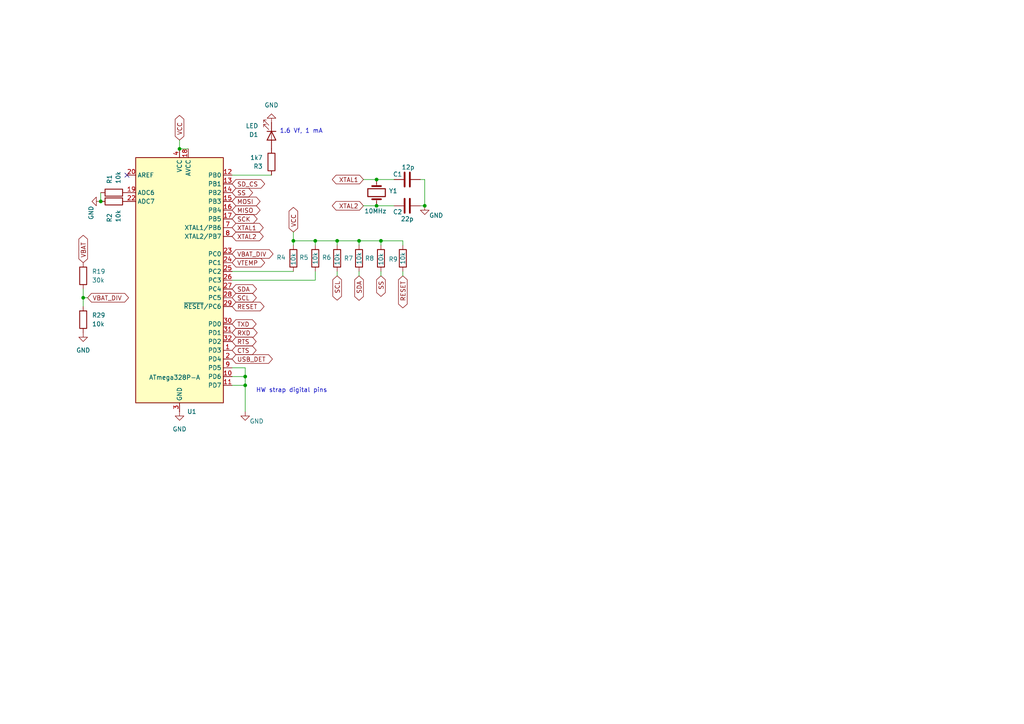
<source format=kicad_sch>
(kicad_sch (version 20231120) (generator "eeschema") (generator_version "8.0")
  (paper "A4")
  (lib_symbols
    (symbol "Device:C" (pin_numbers hide) (pin_names (offset 0.254))
      (property "Reference" "C" (at 0.635 2.54 0))
      (property "Value" "C" (at 0.635 -2.54 0))
      (symbol "C_0_1"
        (polyline (pts (xy -2.032 -0.762) (xy 2.032 -0.762)) (stroke (width 0.508)))
        (polyline (pts (xy -2.032 0.762) (xy 2.032 0.762)) (stroke (width 0.508)))
      )
      (symbol "C_1_1"
        (pin passive line (at 0 3.81 270) (length 2.794) (name "~") (number "1"))
        (pin passive line (at 0 -3.81 90) (length 2.794) (name "~") (number "2"))
      )
    )
    (symbol "Device:Crystal" (pin_numbers hide) (pin_names (offset 1.016) hide)
      (property "Reference" "Y" (at 0 3.81 0))
      (property "Value" "Crystal" (at 0 -3.81 0))
      (symbol "Crystal_0_1"
        (rectangle (start -1.143 2.54) (end 1.143 -2.54) (stroke (width 0.3048)))
        (polyline (pts (xy -2.54 0) (xy -1.905 0)))
        (polyline (pts (xy -1.905 -1.27) (xy -1.905 1.27)) (stroke (width 0.508)))
        (polyline (pts (xy 1.905 -1.27) (xy 1.905 1.27)) (stroke (width 0.508)))
        (polyline (pts (xy 2.54 0) (xy 1.905 0)))
      )
      (symbol "Crystal_1_1"
        (pin passive line (at -3.81 0 0) (length 1.27) (name "1") (number "1"))
        (pin passive line (at 3.81 0 180) (length 1.27) (name "2") (number "2"))
      )
    )
    (symbol "Device:LED" (pin_numbers hide) (pin_names (offset 1.016) hide)
      (property "Reference" "D" (at 0 2.54 0))
      (property "Value" "LED" (at 0 -2.54 0))
      (symbol "LED_0_1"
        (polyline (pts (xy -1.27 -1.27) (xy -1.27 1.27)) (stroke (width 0.254)))
        (polyline (pts (xy -1.27 0) (xy 1.27 0)))
        (polyline (pts (xy 1.27 -1.27) (xy 1.27 1.27) (xy -1.27 0) (xy 1.27 -1.27)) (stroke (width 0.254)))
        (polyline (pts (xy -3.048 -0.762) (xy -4.572 -2.286) (xy -3.81 -2.286) (xy -4.572 -2.286) (xy -4.572 -1.524)))
        (polyline (pts (xy -1.778 -0.762) (xy -3.302 -2.286) (xy -2.54 -2.286) (xy -3.302 -2.286) (xy -3.302 -1.524)))
      )
      (symbol "LED_1_1"
        (pin passive line (at -3.81 0 0) (length 2.54) (name "K") (number "1"))
        (pin passive line (at 3.81 0 180) (length 2.54) (name "A") (number "2"))
      )
    )
    (symbol "Device:R" (pin_numbers hide) (pin_names (offset 0))
      (property "Reference" "R" (at 2.032 0 90))
      (property "Value" "R" (at 0 0 90))
      (symbol "R_0_1"
        (rectangle (start -1.016 -2.54) (end 1.016 2.54) (stroke (width 0.254)))
      )
      (symbol "R_1_1"
        (pin passive line (at 0 3.81 270) (length 1.27) (name "~") (number "1"))
        (pin passive line (at 0 -3.81 90) (length 1.27) (name "~") (number "2"))
      )
    )
    (symbol "MCU_Microchip_ATmega:ATmega328P-A"
      (property "Reference" "U" (at -12.7 36.83 0))
      (property "Value" "ATmega328P-A" (at 2.54 -36.83 0))
      (symbol "ATmega328P-A_0_1"
        (rectangle (start -12.7 -35.56) (end 12.7 35.56) (stroke (width 0.254)) (fill (type background)))
      )
      (symbol "ATmega328P-A_1_1"
        (pin bidirectional line (at 15.24 -20.32 180) (length 2.54) (name "PD3") (number "1"))
        (pin bidirectional line (at 15.24 -27.94 180) (length 2.54) (name "PD6") (number "10"))
        (pin bidirectional line (at 15.24 -30.48 180) (length 2.54) (name "PD7") (number "11"))
        (pin bidirectional line (at 15.24 30.48 180) (length 2.54) (name "PB0") (number "12"))
        (pin bidirectional line (at 15.24 27.94 180) (length 2.54) (name "PB1") (number "13"))
        (pin bidirectional line (at 15.24 25.4 180) (length 2.54) (name "PB2") (number "14"))
        (pin bidirectional line (at 15.24 22.86 180) (length 2.54) (name "PB3") (number "15"))
        (pin bidirectional line (at 15.24 20.32 180) (length 2.54) (name "PB4") (number "16"))
        (pin bidirectional line (at 15.24 17.78 180) (length 2.54) (name "PB5") (number "17"))
        (pin power_in line (at 2.54 38.1 270) (length 2.54) (name "AVCC") (number "18"))
        (pin input line (at -15.24 25.4 0) (length 2.54) (name "ADC6") (number "19"))
        (pin bidirectional line (at 15.24 -22.86 180) (length 2.54) (name "PD4") (number "2"))
        (pin passive line (at -15.24 30.48 0) (length 2.54) (name "AREF") (number "20"))
        (pin passive line (at 0 -38.1 90) (length 2.54) hide (name "GND") (number "21"))
        (pin input line (at -15.24 22.86 0) (length 2.54) (name "ADC7") (number "22"))
        (pin bidirectional line (at 15.24 7.62 180) (length 2.54) (name "PC0") (number "23"))
        (pin bidirectional line (at 15.24 5.08 180) (length 2.54) (name "PC1") (number "24"))
        (pin bidirectional line (at 15.24 2.54 180) (length 2.54) (name "PC2") (number "25"))
        (pin bidirectional line (at 15.24 0 180) (length 2.54) (name "PC3") (number "26"))
        (pin bidirectional line (at 15.24 -2.54 180) (length 2.54) (name "PC4") (number "27"))
        (pin bidirectional line (at 15.24 -5.08 180) (length 2.54) (name "PC5") (number "28"))
        (pin bidirectional line (at 15.24 -7.62 180) (length 2.54) (name "~{RESET}/PC6") (number "29"))
        (pin power_in line (at 0 -38.1 90) (length 2.54) (name "GND") (number "3"))
        (pin bidirectional line (at 15.24 -12.7 180) (length 2.54) (name "PD0") (number "30"))
        (pin bidirectional line (at 15.24 -15.24 180) (length 2.54) (name "PD1") (number "31"))
        (pin bidirectional line (at 15.24 -17.78 180) (length 2.54) (name "PD2") (number "32"))
        (pin power_in line (at 0 38.1 270) (length 2.54) (name "VCC") (number "4"))
        (pin passive line (at 0 -38.1 90) (length 2.54) hide (name "GND") (number "5"))
        (pin passive line (at 0 38.1 270) (length 2.54) hide (name "VCC") (number "6"))
        (pin bidirectional line (at 15.24 15.24 180) (length 2.54) (name "XTAL1/PB6") (number "7"))
        (pin bidirectional line (at 15.24 12.7 180) (length 2.54) (name "XTAL2/PB7") (number "8"))
        (pin bidirectional line (at 15.24 -25.4 180) (length 2.54) (name "PD5") (number "9"))
      )
    )
    (symbol "power:GND" (power) (pin_numbers hide) (pin_names (offset 0) hide)
      (property "Value" "GND" (at 0 -3.81 0))
      (symbol "GND_0_1"
        (polyline (pts (xy 0 0) (xy 0 -1.27) (xy 1.27 -1.27) (xy 0 -2.54) (xy -1.27 -1.27) (xy 0 -1.27)))
      )
      (symbol "GND_1_1"
        (pin power_in line (at 0 0 270) (length 0) (name "~") (number "1"))
      )
    )
  )
  (junction (at 71.12 111.76))
  (junction (at 104.14 69.85))
  (junction (at 52.07 43.18))
  (junction (at 110.49 69.85))
  (junction (at 123.19 59.69))
  (junction (at 91.44 69.85))
  (junction (at 109.22 52.07))
  (junction (at 29.21 58.42))
  (junction (at 71.12 109.22))
  (junction (at 97.79 69.85))
  (junction (at 24.13 86.36))
  (junction (at 109.22 59.69))
  (junction (at 85.09 69.85))
  (no_connect (at 36.83 50.8))
  (wire (pts (xy 24.13 86.36) (xy 25.4 86.36)))
  (wire (pts (xy 109.22 59.69) (xy 114.3 59.69)))
  (wire (pts (xy 85.09 67.31) (xy 85.09 69.85)))
  (wire (pts (xy 85.09 69.85) (xy 85.09 71.12)))
  (wire (pts (xy 104.14 78.74) (xy 104.14 80.01)))
  (wire (pts (xy 67.31 111.76) (xy 71.12 111.76)))
  (wire (pts (xy 110.49 69.85) (xy 110.49 71.12)))
  (wire (pts (xy 67.31 109.22) (xy 71.12 109.22)))
  (wire (pts (xy 105.41 59.69) (xy 109.22 59.69)))
  (wire (pts (xy 121.92 59.69) (xy 123.19 59.69)))
  (wire (pts (xy 67.31 78.74) (xy 85.09 78.74)))
  (wire (pts (xy 52.07 43.18) (xy 52.07 40.64)))
  (wire (pts (xy 97.79 69.85) (xy 104.14 69.85)))
  (wire (pts (xy 91.44 69.85) (xy 91.44 71.12)))
  (wire (pts (xy 105.41 52.07) (xy 109.22 52.07)))
  (wire (pts (xy 71.12 109.22) (xy 71.12 111.76)))
  (wire (pts (xy 104.14 69.85) (xy 104.14 71.12)))
  (wire (pts (xy 71.12 106.68) (xy 71.12 109.22)))
  (wire (pts (xy 116.84 69.85) (xy 116.84 71.12)))
  (wire (pts (xy 123.19 52.07) (xy 123.19 59.69)))
  (wire (pts (xy 110.49 78.74) (xy 110.49 80.01)))
  (wire (pts (xy 67.31 106.68) (xy 71.12 106.68)))
  (wire (pts (xy 24.13 83.82) (xy 24.13 86.36)))
  (wire (pts (xy 85.09 69.85) (xy 91.44 69.85)))
  (wire (pts (xy 121.92 52.07) (xy 123.19 52.07)))
  (wire (pts (xy 97.79 78.74) (xy 97.79 80.01)))
  (wire (pts (xy 52.07 43.18) (xy 54.61 43.18)))
  (wire (pts (xy 91.44 69.85) (xy 97.79 69.85)))
  (wire (pts (xy 71.12 111.76) (xy 71.12 119.38)))
  (wire (pts (xy 116.84 78.74) (xy 116.84 80.01)))
  (wire (pts (xy 91.44 78.74) (xy 91.44 81.28)))
  (wire (pts (xy 67.31 50.8) (xy 78.74 50.8)))
  (wire (pts (xy 29.21 55.88) (xy 29.21 58.42)))
  (wire (pts (xy 97.79 69.85) (xy 97.79 71.12)))
  (wire (pts (xy 104.14 69.85) (xy 110.49 69.85)))
  (wire (pts (xy 110.49 69.85) (xy 116.84 69.85)))
  (wire (pts (xy 67.31 81.28) (xy 91.44 81.28)))
  (wire (pts (xy 24.13 86.36) (xy 24.13 88.9)))
  (wire (pts (xy 109.22 52.07) (xy 114.3 52.07)))
  (text "HW strap digital pins" (at 84.582 113.284 0) (effects (font (size 1.27 1.27))))
  (text "1.6 Vf, 1 mA" (at 87.376 38.1 0) (effects (font (size 1.27 1.27))))
  (global_label "SS" (shape bidirectional) (at 67.31 55.88 0) (property "Intersheetrefs" "${INTERSHEET_REFS}" (effects (hide yes))))
  (global_label "XTAL2" (shape bidirectional) (at 105.41 59.69 180) (property "Intersheetrefs" "${INTERSHEET_REFS}" (effects (hide yes))))
  (global_label "SDA" (shape bidirectional) (at 104.14 80.01 270) (property "Intersheetrefs" "${INTERSHEET_REFS}" (effects (hide yes))))
  (global_label "RESET" (shape bidirectional) (at 67.31 88.9 0) (property "Intersheetrefs" "${INTERSHEET_REFS}" (effects (hide yes))))
  (global_label "MOSI" (shape bidirectional) (at 67.31 58.42 0) (property "Intersheetrefs" "${INTERSHEET_REFS}" (effects (hide yes))))
  (global_label "SCL" (shape bidirectional) (at 67.31 86.36 0) (property "Intersheetrefs" "${INTERSHEET_REFS}" (effects (hide yes))))
  (global_label "XTAL2" (shape bidirectional) (at 67.31 68.58 0) (property "Intersheetrefs" "${INTERSHEET_REFS}" (effects (hide yes))))
  (global_label "RXD" (shape bidirectional) (at 67.31 96.52 0) (property "Intersheetrefs" "${INTERSHEET_REFS}" (effects (hide yes))))
  (global_label "VBAT" (shape bidirectional) (at 24.13 76.2 90) (property "Intersheetrefs" "${INTERSHEET_REFS}" (effects (hide yes))))
  (global_label "SCK" (shape bidirectional) (at 67.31 63.5 0) (property "Intersheetrefs" "${INTERSHEET_REFS}" (effects (hide yes))))
  (global_label "RTS" (shape bidirectional) (at 67.31 99.06 0) (property "Intersheetrefs" "${INTERSHEET_REFS}" (effects (hide yes))))
  (global_label "VBAT_DIV" (shape bidirectional) (at 25.4 86.36 0) (property "Intersheetrefs" "${INTERSHEET_REFS}" (effects (hide yes))))
  (global_label "VCC" (shape bidirectional) (at 52.07 40.64 90) (property "Intersheetrefs" "${INTERSHEET_REFS}" (effects (hide yes))))
  (global_label "SDA" (shape bidirectional) (at 67.31 83.82 0) (property "Intersheetrefs" "${INTERSHEET_REFS}" (effects (hide yes))))
  (global_label "RESET" (shape bidirectional) (at 116.84 80.01 270) (property "Intersheetrefs" "${INTERSHEET_REFS}" (effects (hide yes))))
  (global_label "TXD" (shape bidirectional) (at 67.31 93.98 0) (property "Intersheetrefs" "${INTERSHEET_REFS}" (effects (hide yes))))
  (global_label "XTAL1" (shape bidirectional) (at 67.31 66.04 0) (property "Intersheetrefs" "${INTERSHEET_REFS}" (effects (hide yes))))
  (global_label "VCC" (shape bidirectional) (at 85.09 67.31 90) (property "Intersheetrefs" "${INTERSHEET_REFS}" (effects (hide yes))))
  (global_label "VBAT_DIV" (shape bidirectional) (at 67.31 73.66 0) (property "Intersheetrefs" "${INTERSHEET_REFS}" (effects (hide yes))))
  (global_label "SD_CS" (shape bidirectional) (at 67.31 53.34 0) (property "Intersheetrefs" "${INTERSHEET_REFS}" (effects (hide yes))))
  (global_label "VTEMP" (shape bidirectional) (at 67.31 76.2 0) (property "Intersheetrefs" "${INTERSHEET_REFS}" (effects (hide yes))))
  (global_label "CTS" (shape bidirectional) (at 67.31 101.6 0) (property "Intersheetrefs" "${INTERSHEET_REFS}" (effects (hide yes))))
  (global_label "SS" (shape bidirectional) (at 110.49 80.01 270) (property "Intersheetrefs" "${INTERSHEET_REFS}" (effects (hide yes))))
  (global_label "XTAL1" (shape bidirectional) (at 105.41 52.07 180) (property "Intersheetrefs" "${INTERSHEET_REFS}" (effects (hide yes))))
  (global_label "MISO" (shape bidirectional) (at 67.31 60.96 0) (property "Intersheetrefs" "${INTERSHEET_REFS}" (effects (hide yes))))
  (global_label "USB_DET" (shape bidirectional) (at 67.31 104.14 0) (property "Intersheetrefs" "${INTERSHEET_REFS}" (effects (hide yes))))
  (global_label "SCL" (shape bidirectional) (at 97.79 80.01 270) (property "Intersheetrefs" "${INTERSHEET_REFS}" (effects (hide yes))))
  (symbol (lib_id "Device:R") (at 33.02 58.42 90) (unit 1)
    (property "Reference" "R2" (at 31.75 64.516 0) (effects (justify left)))
    (property "Value" "10k" (at 34.29 64.516 0) (effects (justify left)))
    (property "Description" "Resistor" (effects (hide yes)))
  )
  (symbol (lib_id "power:GND") (at 29.21 58.42 270) (unit 1)
    (property "Reference" "#PWR01" (effects (hide yes)))
    (property "Value" "GND" (at 26.416 59.69 0) (effects (justify left)))
    (property "Description" "Power symbol creates a global label with name \"GND\" , ground" (effects (hide yes)))
  )
  (symbol (lib_id "Device:R") (at 116.84 74.93 0) (unit 1)
    (property "Reference" "R9" (at 114.046 75.184 0))
    (property "Value" "10k" (at 116.84 74.93 90))
    (property "Description" "Resistor" (effects (hide yes)))
  )
  (symbol (lib_id "Device:R") (at 33.02 55.88 90) (unit 1)
    (property "Reference" "R1" (at 31.7499 53.34 0) (effects (justify left)))
    (property "Value" "10k" (at 34.2899 53.34 0) (effects (justify left)))
    (property "Description" "Resistor" (effects (hide yes)))
  )
  (symbol (lib_id "Device:R") (at 110.49 74.93 180) (unit 1)
    (property "Reference" "R8" (at 107.188 74.93 0))
    (property "Value" "10k" (at 110.49 75.184 90))
    (property "Description" "Resistor" (effects (hide yes)))
  )
  (symbol (lib_id "Device:R") (at 24.13 92.71 180) (unit 1)
    (property "Reference" "R29" (at 26.67 91.4399 0) (effects (justify right)))
    (property "Value" "10k" (at 26.67 93.9799 0) (effects (justify right)))
    (property "Description" "Resistor" (effects (hide yes)))
  )
  (symbol (lib_id "power:GND") (at 71.12 119.38 0) (unit 1)
    (property "Reference" "#PWR03" (effects (hide yes)))
    (property "Value" "GND" (at 72.39 122.174 0) (effects (justify left)))
    (property "Description" "Power symbol creates a global label with name \"GND\" , ground" (effects (hide yes)))
  )
  (symbol (lib_id "Device:C") (at 118.11 59.69 90) (unit 1)
    (property "Reference" "C2" (at 115.316 61.468 90))
    (property "Value" "22p" (at 118.11 63.5 90))
    (property "Description" "Unpolarized capacitor" (effects (hide yes)))
  )
  (symbol (lib_id "Device:R") (at 24.13 80.01 180) (unit 1)
    (property "Reference" "R19" (at 26.67 78.7399 0) (effects (justify right)))
    (property "Value" "30k" (at 26.67 81.2799 0) (effects (justify right)))
    (property "Description" "Resistor" (effects (hide yes)))
  )
  (symbol (lib_id "Device:R") (at 85.09 74.93 180) (unit 1)
    (property "Reference" "R4" (at 81.534 74.676 0))
    (property "Value" "10k" (at 85.09 75.184 90))
    (property "Description" "Resistor" (effects (hide yes)))
  )
  (symbol (lib_id "Device:Crystal") (at 109.22 55.88 90) (unit 1)
    (property "Reference" "Y1" (at 112.776 55.372 90) (effects (justify right)))
    (property "Value" "10MHz" (at 105.664 61.214 90) (effects (justify right)))
    (property "Description" "Two pin crystal" (effects (hide yes)))
  )
  (symbol (lib_id "Device:C") (at 118.11 52.07 90) (unit 1)
    (property "Reference" "C1" (at 115.316 50.546 90))
    (property "Value" "12p" (at 118.364 48.514 90))
    (property "Description" "Unpolarized capacitor" (effects (hide yes)))
  )
  (symbol (lib_id "Device:R") (at 78.74 46.99 180) (unit 1)
    (property "Reference" "R3" (at 76.2 48.2601 0) (effects (justify left)))
    (property "Value" "1k7" (at 76.2 45.7201 0) (effects (justify left)))
    (property "Description" "Resistor" (effects (hide yes)))
  )
  (symbol (lib_id "power:GND") (at 123.19 59.69 0) (unit 1)
    (property "Reference" "#PWR05" (effects (hide yes)))
    (property "Value" "GND" (at 124.46 62.484 0) (effects (justify left)))
    (property "Description" "Power symbol creates a global label with name \"GND\" , ground" (effects (hide yes)))
  )
  (symbol (lib_id "Device:LED") (at 78.74 39.37 270) (unit 1)
    (property "Reference" "D1" (at 74.93 39.0526 90) (effects (justify right)))
    (property "Value" "LED" (at 74.93 36.5126 90) (effects (justify right)))
    (property "Description" "Light emitting diode" (effects (hide yes)))
  )
  (symbol (lib_id "Device:R") (at 104.14 74.93 0) (unit 1)
    (property "Reference" "R7" (at 101.092 74.93 0))
    (property "Value" "10k" (at 104.14 74.93 90))
    (property "Description" "Resistor" (effects (hide yes)))
  )
  (symbol (lib_id "MCU_Microchip_ATmega:ATmega328P-A") (at 52.07 81.28 0) (unit 1)
    (property "Reference" "U1" (at 54.2641 119.38 0) (effects (justify left)))
    (property "Value" "ATmega328P-A" (at 43.18 109.474 0) (effects (justify left)))
    (property "Footprint" "Package_QFP:TQFP-32_7x7mm_P0.8mm" (effects (hide yes)))
    (property "Datasheet" "http://ww1.microchip.com/downloads/en/DeviceDoc/ATmega328_P%20AVR%20MCU%20with%20picoPower%20Technology%20Data%20Sheet%2040001984A.pdf" (effects (hide yes)))
    (property "Description" "20MHz, 32kB Flash, 2kB SRAM, 1kB EEPROM, TQFP-32" (effects (hide yes)))
  )
  (symbol (lib_id "power:GND") (at 78.74 35.56 180) (unit 1)
    (property "Reference" "#PWR04" (effects (hide yes)))
    (property "Value" "GND" (at 78.74 30.48 0))
    (property "Description" "Power symbol creates a global label with name \"GND\" , ground" (effects (hide yes)))
  )
  (symbol (lib_id "Device:R") (at 97.79 74.93 180) (unit 1)
    (property "Reference" "R6" (at 94.742 74.676 0))
    (property "Value" "10k" (at 97.79 75.184 90))
    (property "Description" "Resistor" (effects (hide yes)))
  )
  (symbol (lib_id "power:GND") (at 52.07 119.38 0) (unit 1)
    (property "Reference" "#PWR02" (effects (hide yes)))
    (property "Value" "GND" (at 52.07 124.46 0))
    (property "Description" "Power symbol creates a global label with name \"GND\" , ground" (effects (hide yes)))
  )
  (symbol (lib_id "Device:R") (at 91.44 74.93 0) (unit 1)
    (property "Reference" "R5" (at 88.138 74.676 0))
    (property "Value" "10k" (at 91.44 74.93 90))
    (property "Description" "Resistor" (effects (hide yes)))
  )
  (symbol (lib_id "power:GND") (at 24.13 96.52 0) (unit 1)
    (property "Reference" "#PWR031" (effects (hide yes)))
    (property "Value" "GND" (at 24.13 101.6 0))
    (property "Description" "Power symbol creates a global label with name \"GND\" , ground" (effects (hide yes)))
  )
  (sheet (at 387.35 73.025) (size 64.135 63.5) (stroke (width 0.1524))
    (property "Sheetname" "Power" (at 387.35 72.3134 0) (effects (justify left bottom)))
    (property "Sheetfile" "Power.kicad_sch" (at 387.35 137.1096 0) (effects (justify left top)))
  )
  (sheet (at 317.5 -1.27) (size 64.135 64.77) (stroke (width 0.1524))
    (property "Sheetname" "Micro SD" (at 317.5 -1.9816 0) (effects (justify left bottom)))
    (property "Sheetfile" "Micro_SD.kicad_sch" (at 317.5 64.0846 0) (effects (justify left top)))
  )
  (sheet (at 318.77 73.025) (size 63.5 64.135) (stroke (width 0.1524))
    (property "Sheetname" "RTC" (at 318.77 72.3134 0) (effects (justify left bottom)))
    (property "Sheetfile" "RTC.kicad_sch" (at 318.77 137.7446 0) (effects (justify left top)))
  )
  (sheet (at 319.405 154.94) (size 61.595 48.26) (stroke (width 0.1524))
    (property "Sheetname" "ICSP" (at 319.405 154.2284 0) (effects (justify left bottom)))
    (property "Sheetfile" "ICSP.kicad_sch" (at 319.405 203.7846 0) (effects (justify left top)))
  )
  (sheet (at 386.715 -1.905) (size 64.135 64.77) (stroke (width 0.1524))
    (property "Sheetname" "MPU-6050" (at 386.715 -2.6166 0) (effects (justify left bottom)))
    (property "Sheetfile" "MPU-6050.kicad_sch" (at 386.715 63.4496 0) (effects (justify left top)))
  )
)
</source>
